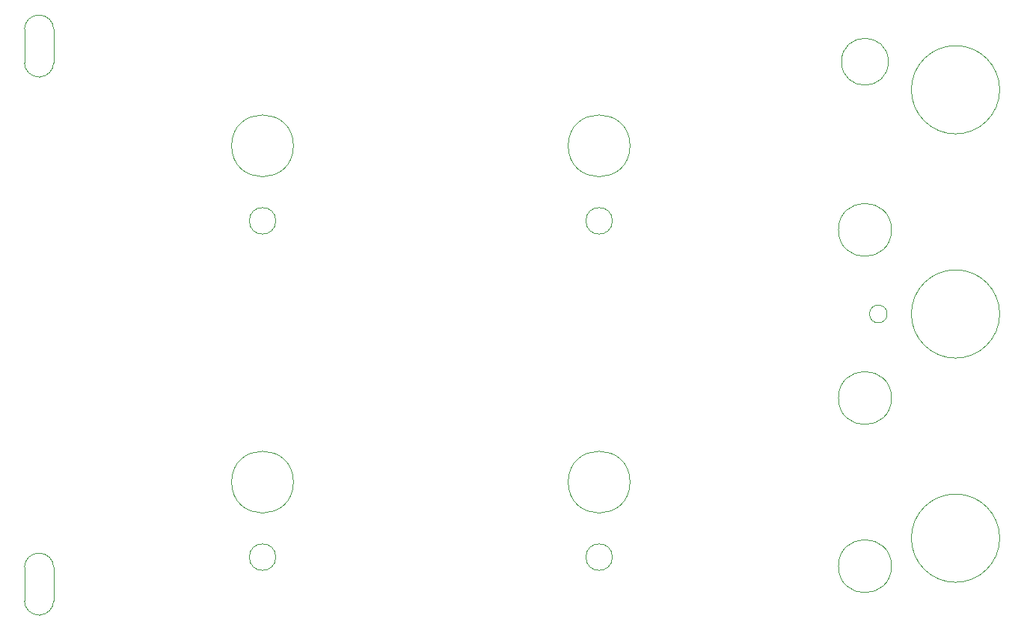
<source format=gm1>
G04*
G04 #@! TF.GenerationSoftware,Altium Limited,Altium Designer,20.0.2 (26)*
G04*
G04 Layer_Color=16711935*
%FSLAX43Y43*%
%MOMM*%
G71*
G01*
G75*
%ADD44C,0.013*%
D44*
X101000Y38100D02*
G03*
X101000Y38100I-1000J0D01*
G01*
X101488Y47625D02*
G03*
X101488Y47625I-3000J0D01*
G01*
Y28575D02*
G03*
X101488Y28575I-3000J0D01*
G01*
X101137Y66675D02*
G03*
X101137Y66675I-2650J0D01*
G01*
X101488Y9525D02*
G03*
X101488Y9525I-3000J0D01*
G01*
X69900Y48650D02*
G03*
X69900Y48650I-1500J0D01*
G01*
Y10550D02*
G03*
X69900Y10550I-1500J0D01*
G01*
X71900Y57150D02*
G03*
X71900Y57150I-3500J0D01*
G01*
Y19050D02*
G03*
X71900Y19050I-3500J0D01*
G01*
X31800Y48650D02*
G03*
X31800Y48650I-1500J0D01*
G01*
Y10550D02*
G03*
X31800Y10550I-1500J0D01*
G01*
X33800Y57150D02*
G03*
X33800Y57150I-3500J0D01*
G01*
Y19050D02*
G03*
X33800Y19050I-3500J0D01*
G01*
X113740Y63500D02*
G03*
X113740Y63500I-5000J0D01*
G01*
X113740Y12700D02*
G03*
X113740Y12700I-5000J0D01*
G01*
X113740Y38100D02*
G03*
X113740Y38100I-5000J0D01*
G01*
X3350Y66560D02*
G03*
X4950Y64960I1600J0D01*
G01*
X5050D02*
G03*
X6650Y66560I0J1600D01*
G01*
Y70360D02*
G03*
X5050Y71960I-1600J0D01*
G01*
X4950D02*
G03*
X3350Y70360I0J-1600D01*
G01*
X5050Y4000D02*
G03*
X6650Y5600I0J1600D01*
G01*
X3350D02*
G03*
X4950Y4000I1600J0D01*
G01*
X4950Y11000D02*
G03*
X3350Y9400I0J-1600D01*
G01*
X6650Y9400D02*
G03*
X5050Y11000I-1600J0D01*
G01*
X4950Y64960D02*
X5050D01*
X6650Y66560D02*
Y70360D01*
X4950Y71960D02*
X5050D01*
X3350Y66560D02*
Y70360D01*
X4950Y4000D02*
X5050D01*
X3350Y5600D02*
Y9400D01*
X4950Y11000D02*
X5050D01*
X6650Y5600D02*
Y9400D01*
M02*

</source>
